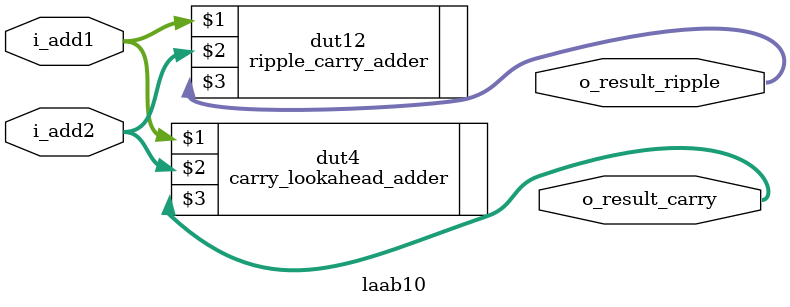
<source format=v>
module laab10
#(parameter WIDTH = 16)
(input [WIDTH-1:0] i_add1,
 input [WIDTH-1:0] i_add2,
 output [WIDTH:0]  o_result_ripple, 
 output [WIDTH:0] o_result_carry);
 
	
	ripple_carry_adder dut12(i_add1, i_add2, o_result_ripple);
	carry_lookahead_adder dut4(i_add1, i_add2, o_result_carry);

endmodule
</source>
